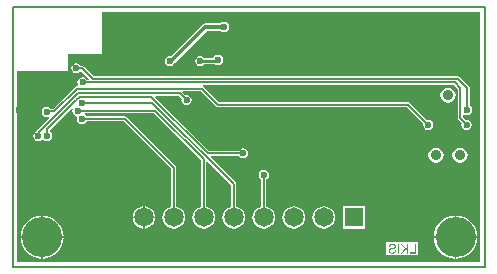
<source format=gbl>
G04*
G04 #@! TF.GenerationSoftware,Altium Limited,Altium Designer,20.2.5 (213)*
G04*
G04 Layer_Physical_Order=4*
G04 Layer_Color=16711680*
%FSLAX25Y25*%
%MOIN*%
G70*
G04*
G04 #@! TF.SameCoordinates,6F863687-9C3A-4172-A650-1A8696597D16*
G04*
G04*
G04 #@! TF.FilePolarity,Positive*
G04*
G01*
G75*
%ADD10C,0.01000*%
%ADD11C,0.00500*%
%ADD39C,0.01378*%
%ADD40C,0.00598*%
%ADD41C,0.03543*%
%ADD42C,0.06496*%
%ADD43R,0.06496X0.06496*%
%ADD44C,0.13386*%
%ADD45C,0.02362*%
G36*
X155875Y1606D02*
X1606Y1606D01*
X1606Y65074D01*
X18524D01*
Y70979D01*
X29842D01*
Y85009D01*
X155875Y85009D01*
X155875Y1606D01*
D02*
G37*
%LPC*%
G36*
X70472Y81635D02*
X69816Y81505D01*
X69261Y81134D01*
X64173D01*
X64173Y81134D01*
X63709Y81041D01*
X63316Y80778D01*
X63316Y80778D01*
X52690Y70153D01*
X52362Y70218D01*
X51706Y70087D01*
X51150Y69716D01*
X50779Y69160D01*
X50648Y68504D01*
X50779Y67848D01*
X51150Y67292D01*
X51706Y66920D01*
X52362Y66790D01*
X53018Y66920D01*
X53574Y67292D01*
X53946Y67848D01*
X53978Y68012D01*
X64675Y78709D01*
X69261D01*
X69816Y78338D01*
X70472Y78207D01*
X71128Y78338D01*
X71684Y78709D01*
X72056Y79265D01*
X72186Y79921D01*
X72056Y80577D01*
X71684Y81133D01*
X71128Y81505D01*
X70472Y81635D01*
D02*
G37*
G36*
X68504Y70612D02*
X67848Y70481D01*
X67292Y70110D01*
X66920Y69554D01*
X66914Y69523D01*
X63939D01*
X63810Y69716D01*
X63254Y70087D01*
X62598Y70218D01*
X61942Y70087D01*
X61386Y69716D01*
X61015Y69160D01*
X60884Y68504D01*
X61015Y67848D01*
X61386Y67292D01*
X61942Y66920D01*
X62598Y66790D01*
X63254Y66920D01*
X63810Y67292D01*
X63939Y67484D01*
X67593D01*
X67848Y67314D01*
X68504Y67184D01*
X69160Y67314D01*
X69716Y67686D01*
X70087Y68242D01*
X70218Y68898D01*
X70087Y69554D01*
X69716Y70110D01*
X69160Y70481D01*
X68504Y70612D01*
D02*
G37*
G36*
X21260Y67856D02*
X20604Y67725D01*
X20048Y67354D01*
X19676Y66798D01*
X19546Y66142D01*
X19676Y65486D01*
X20048Y64930D01*
X20604Y64558D01*
X21260Y64428D01*
X21916Y64558D01*
X22472Y64930D01*
X22523Y65007D01*
X23155Y65062D01*
X25524Y62694D01*
X25332Y62232D01*
X24804D01*
X24539Y62629D01*
X23983Y63001D01*
X23327Y63131D01*
X22671Y63001D01*
X22115Y62629D01*
X21743Y62073D01*
X21613Y61417D01*
X21743Y60761D01*
X21823Y60642D01*
X21519Y60198D01*
X21293Y60153D01*
X21028Y59976D01*
X13607Y52555D01*
X12784D01*
X12629Y52787D01*
X12073Y53158D01*
X11417Y53289D01*
X10761Y53158D01*
X10205Y52787D01*
X9834Y52231D01*
X9703Y51575D01*
X9834Y50919D01*
X10205Y50363D01*
X10761Y49991D01*
X11417Y49861D01*
X11994Y49975D01*
X12180Y49779D01*
X12289Y49563D01*
X8140Y45414D01*
X7963Y45150D01*
X7952Y45096D01*
X7907Y45088D01*
X7351Y44716D01*
X6979Y44160D01*
X6849Y43504D01*
X6979Y42848D01*
X7351Y42292D01*
X7907Y41920D01*
X8563Y41790D01*
X9219Y41920D01*
X9709Y42248D01*
X10198Y42360D01*
X10236D01*
X10792Y41988D01*
X11448Y41858D01*
X12104Y41988D01*
X12660Y42360D01*
X13032Y42916D01*
X13162Y43572D01*
X13032Y44228D01*
X12660Y44784D01*
X12394Y44961D01*
X12357Y45501D01*
X19583Y52728D01*
X20041Y52478D01*
X19940Y51968D01*
X20070Y51313D01*
X20441Y50757D01*
X20998Y50385D01*
X21279Y50329D01*
X21604Y49930D01*
X21584Y49797D01*
X21479Y49268D01*
X21609Y48612D01*
X21981Y48056D01*
X22537Y47684D01*
X23193Y47554D01*
X23849Y47684D01*
X24405Y48056D01*
X24670Y48453D01*
X37107D01*
X52925Y32635D01*
Y20090D01*
X52762Y20069D01*
X51850Y19691D01*
X51067Y19091D01*
X50466Y18307D01*
X50089Y17396D01*
X49960Y16417D01*
X50089Y15439D01*
X50466Y14527D01*
X51067Y13744D01*
X51850Y13143D01*
X52762Y12766D01*
X53740Y12637D01*
X54719Y12766D01*
X55630Y13143D01*
X56413Y13744D01*
X57014Y14527D01*
X57392Y15439D01*
X57521Y16417D01*
X57392Y17396D01*
X57014Y18307D01*
X56413Y19091D01*
X55630Y19691D01*
X54719Y20069D01*
X54555Y20090D01*
Y32972D01*
X54493Y33284D01*
X54316Y33549D01*
X38021Y49844D01*
X37757Y50020D01*
X37445Y50083D01*
X24670D01*
X24405Y50480D01*
X24145Y50654D01*
X24296Y51154D01*
X47294D01*
X62866Y35581D01*
Y20083D01*
X62762Y20069D01*
X61850Y19691D01*
X61067Y19091D01*
X60466Y18307D01*
X60089Y17396D01*
X59960Y16417D01*
X60089Y15439D01*
X60466Y14527D01*
X61067Y13744D01*
X61850Y13143D01*
X62762Y12766D01*
X63740Y12637D01*
X64719Y12766D01*
X65630Y13143D01*
X66413Y13744D01*
X67014Y14527D01*
X67392Y15439D01*
X67520Y16417D01*
X67392Y17396D01*
X67014Y18307D01*
X66413Y19091D01*
X65630Y19691D01*
X64719Y20069D01*
X64496Y20098D01*
Y35045D01*
X64958Y35236D01*
X72925Y27269D01*
Y20090D01*
X72762Y20069D01*
X71850Y19691D01*
X71067Y19091D01*
X70466Y18307D01*
X70089Y17396D01*
X69960Y16417D01*
X70089Y15439D01*
X70466Y14527D01*
X71067Y13744D01*
X71850Y13143D01*
X72762Y12766D01*
X73740Y12637D01*
X74719Y12766D01*
X75630Y13143D01*
X76413Y13744D01*
X77014Y14527D01*
X77392Y15439D01*
X77521Y16417D01*
X77392Y17396D01*
X77014Y18307D01*
X76413Y19091D01*
X75630Y19691D01*
X74719Y20069D01*
X74555Y20090D01*
Y27606D01*
X74493Y27918D01*
X74316Y28183D01*
X65980Y36518D01*
X66172Y36980D01*
X75393D01*
X75658Y36583D01*
X76214Y36212D01*
X76870Y36081D01*
X77526Y36212D01*
X78082Y36583D01*
X78454Y37139D01*
X78584Y37795D01*
X78454Y38451D01*
X78082Y39007D01*
X77526Y39379D01*
X76870Y39509D01*
X76214Y39379D01*
X75658Y39007D01*
X75393Y38610D01*
X65442D01*
X47526Y56526D01*
X47717Y56988D01*
X55344D01*
X56352Y55980D01*
X56258Y55512D01*
X56389Y54856D01*
X56760Y54300D01*
X57316Y53928D01*
X57972Y53798D01*
X58628Y53928D01*
X59184Y54300D01*
X59556Y54856D01*
X59686Y55512D01*
X59556Y56168D01*
X59184Y56724D01*
X58628Y57095D01*
X57972Y57226D01*
X57504Y57133D01*
X56551Y58085D01*
X56759Y58585D01*
X62762D01*
X67924Y53424D01*
X68188Y53247D01*
X68500Y53185D01*
X131489D01*
X136962Y47712D01*
X136869Y47244D01*
X136999Y46588D01*
X137371Y46032D01*
X137927Y45660D01*
X138583Y45530D01*
X139239Y45660D01*
X139795Y46032D01*
X140166Y46588D01*
X140297Y47244D01*
X140166Y47900D01*
X139795Y48456D01*
X139239Y48828D01*
X138583Y48958D01*
X138114Y48865D01*
X132403Y54576D01*
X132139Y54753D01*
X131827Y54815D01*
X68837D01*
X63676Y59976D01*
X63487Y60102D01*
X63508Y60425D01*
X63570Y60602D01*
X147145D01*
X148385Y59363D01*
Y49422D01*
X148447Y49110D01*
X148624Y48846D01*
X149718Y47752D01*
X149625Y47283D01*
X149755Y46628D01*
X150127Y46071D01*
X150683Y45700D01*
X151339Y45569D01*
X151995Y45700D01*
X152551Y46071D01*
X152922Y46628D01*
X153053Y47283D01*
X152922Y47939D01*
X152551Y48495D01*
X151995Y48867D01*
X151339Y48998D01*
X150870Y48904D01*
X150015Y49760D01*
Y50741D01*
X150515Y50950D01*
X150919Y50680D01*
X151575Y50550D01*
X152231Y50680D01*
X152787Y51052D01*
X153158Y51608D01*
X153289Y52264D01*
X153158Y52920D01*
X152787Y53476D01*
X152390Y53741D01*
Y59525D01*
X152328Y59837D01*
X152151Y60101D01*
X149078Y63175D01*
X148813Y63351D01*
X148502Y63413D01*
X27109D01*
X23805Y66718D01*
X23540Y66894D01*
X23228Y66957D01*
X22737D01*
X22472Y67354D01*
X21916Y67725D01*
X21260Y67856D01*
D02*
G37*
G36*
X145138Y59731D02*
X144178Y59540D01*
X143365Y58997D01*
X142822Y58184D01*
X142631Y57224D01*
X142822Y56265D01*
X143365Y55452D01*
X144178Y54908D01*
X145138Y54718D01*
X146097Y54908D01*
X146910Y55452D01*
X147454Y56265D01*
X147645Y57224D01*
X147454Y58184D01*
X146910Y58997D01*
X146097Y59540D01*
X145138Y59731D01*
D02*
G37*
G36*
X149138Y39731D02*
X148179Y39540D01*
X147365Y38997D01*
X146822Y38184D01*
X146631Y37224D01*
X146822Y36265D01*
X147365Y35452D01*
X148179Y34908D01*
X149138Y34718D01*
X150097Y34908D01*
X150910Y35452D01*
X151454Y36265D01*
X151645Y37224D01*
X151454Y38184D01*
X150910Y38997D01*
X150097Y39540D01*
X149138Y39731D01*
D02*
G37*
G36*
X141138D02*
X140179Y39540D01*
X139365Y38997D01*
X138822Y38184D01*
X138631Y37224D01*
X138822Y36265D01*
X139365Y35452D01*
X140179Y34908D01*
X141138Y34718D01*
X142097Y34908D01*
X142910Y35452D01*
X143454Y36265D01*
X143645Y37224D01*
X143454Y38184D01*
X142910Y38997D01*
X142097Y39540D01*
X141138Y39731D01*
D02*
G37*
G36*
X44040Y20158D02*
Y16717D01*
X47481D01*
X47392Y17396D01*
X47014Y18307D01*
X46413Y19091D01*
X45630Y19691D01*
X44719Y20069D01*
X44040Y20158D01*
D02*
G37*
G36*
X43440D02*
X42762Y20069D01*
X41850Y19691D01*
X41067Y19091D01*
X40466Y18307D01*
X40089Y17396D01*
X39999Y16717D01*
X43440D01*
Y20158D01*
D02*
G37*
G36*
X47481Y16117D02*
X44040D01*
Y12676D01*
X44719Y12766D01*
X45630Y13143D01*
X46413Y13744D01*
X47014Y14527D01*
X47392Y15439D01*
X47481Y16117D01*
D02*
G37*
G36*
X43440D02*
X39999D01*
X40089Y15439D01*
X40466Y14527D01*
X41067Y13744D01*
X41850Y13143D01*
X42762Y12766D01*
X43440Y12676D01*
Y16117D01*
D02*
G37*
G36*
X117488Y20165D02*
X109992D01*
Y12669D01*
X117488D01*
Y20165D01*
D02*
G37*
G36*
X103740Y20198D02*
X102762Y20069D01*
X101850Y19691D01*
X101067Y19091D01*
X100466Y18307D01*
X100089Y17396D01*
X99960Y16417D01*
X100089Y15439D01*
X100466Y14527D01*
X101067Y13744D01*
X101850Y13143D01*
X102762Y12766D01*
X103740Y12637D01*
X104719Y12766D01*
X105630Y13143D01*
X106413Y13744D01*
X107014Y14527D01*
X107392Y15439D01*
X107520Y16417D01*
X107392Y17396D01*
X107014Y18307D01*
X106413Y19091D01*
X105630Y19691D01*
X104719Y20069D01*
X103740Y20198D01*
D02*
G37*
G36*
X93740D02*
X92762Y20069D01*
X91850Y19691D01*
X91067Y19091D01*
X90466Y18307D01*
X90089Y17396D01*
X89960Y16417D01*
X90089Y15439D01*
X90466Y14527D01*
X91067Y13744D01*
X91850Y13143D01*
X92762Y12766D01*
X93740Y12637D01*
X94719Y12766D01*
X95630Y13143D01*
X96413Y13744D01*
X97014Y14527D01*
X97392Y15439D01*
X97521Y16417D01*
X97392Y17396D01*
X97014Y18307D01*
X96413Y19091D01*
X95630Y19691D01*
X94719Y20069D01*
X93740Y20198D01*
D02*
G37*
G36*
X83750Y32314D02*
X83094Y32184D01*
X82538Y31812D01*
X82166Y31256D01*
X82036Y30600D01*
X82166Y29945D01*
X82538Y29388D01*
X82935Y29123D01*
Y20092D01*
X82762Y20069D01*
X81850Y19691D01*
X81067Y19091D01*
X80466Y18307D01*
X80089Y17396D01*
X79960Y16417D01*
X80089Y15439D01*
X80466Y14527D01*
X81067Y13744D01*
X81850Y13143D01*
X82762Y12766D01*
X83740Y12637D01*
X84719Y12766D01*
X85630Y13143D01*
X86413Y13744D01*
X87014Y14527D01*
X87392Y15439D01*
X87520Y16417D01*
X87392Y17396D01*
X87014Y18307D01*
X86413Y19091D01*
X85630Y19691D01*
X84719Y20069D01*
X84565Y20089D01*
Y29123D01*
X84962Y29388D01*
X85334Y29945D01*
X85464Y30600D01*
X85334Y31256D01*
X84962Y31812D01*
X84406Y32184D01*
X83750Y32314D01*
D02*
G37*
G36*
X147938Y17041D02*
Y10142D01*
X154836D01*
X154727Y11253D01*
X154315Y12608D01*
X153647Y13858D01*
X152749Y14953D01*
X151653Y15852D01*
X150404Y16520D01*
X149048Y16931D01*
X147938Y17041D01*
D02*
G37*
G36*
X147338D02*
X146228Y16931D01*
X144872Y16520D01*
X143622Y15852D01*
X142527Y14953D01*
X141628Y13858D01*
X140960Y12608D01*
X140549Y11253D01*
X140440Y10142D01*
X147338D01*
Y17041D01*
D02*
G37*
G36*
X10142D02*
Y10142D01*
X17041D01*
X16931Y11253D01*
X16520Y12608D01*
X15852Y13858D01*
X14953Y14953D01*
X13858Y15852D01*
X12608Y16520D01*
X11253Y16931D01*
X10142Y17041D01*
D02*
G37*
G36*
X9543D02*
X8433Y16931D01*
X7077Y16520D01*
X5827Y15852D01*
X4732Y14953D01*
X3833Y13858D01*
X3165Y12608D01*
X2754Y11253D01*
X2644Y10142D01*
X9543D01*
Y17041D01*
D02*
G37*
G36*
X135000Y8100D02*
X124500D01*
Y3900D01*
X135000D01*
Y8100D01*
D02*
G37*
G36*
X154836Y9543D02*
X147938D01*
Y2644D01*
X149048Y2754D01*
X150404Y3165D01*
X151653Y3833D01*
X152749Y4732D01*
X153647Y5827D01*
X154315Y7077D01*
X154727Y8433D01*
X154836Y9543D01*
D02*
G37*
G36*
X147338D02*
X140440D01*
X140549Y8433D01*
X140960Y7077D01*
X141628Y5827D01*
X142527Y4732D01*
X143622Y3833D01*
X144872Y3165D01*
X146228Y2754D01*
X147338Y2644D01*
Y9543D01*
D02*
G37*
G36*
X17041D02*
X10142D01*
Y2644D01*
X11253Y2754D01*
X12608Y3165D01*
X13858Y3833D01*
X14953Y4732D01*
X15852Y5827D01*
X16520Y7077D01*
X16931Y8433D01*
X17041Y9543D01*
D02*
G37*
G36*
X9543D02*
X2644D01*
X2754Y8433D01*
X3165Y7077D01*
X3833Y5827D01*
X4732Y4732D01*
X5827Y3833D01*
X7077Y3165D01*
X8433Y2754D01*
X9543Y2644D01*
Y9543D01*
D02*
G37*
%LPD*%
G36*
X131949Y4386D02*
X131524D01*
Y5495D01*
X131002Y5999D01*
X129865Y4386D01*
X129306D01*
X130706Y6285D01*
X129366Y7583D01*
X129944D01*
X131524Y5994D01*
Y7583D01*
X131949D01*
Y4386D01*
D02*
G37*
G36*
X134434D02*
X132434D01*
Y4765D01*
X134009D01*
Y7583D01*
X134434D01*
Y4386D01*
D02*
G37*
G36*
X128881D02*
X128456D01*
Y7583D01*
X128881D01*
Y4386D01*
D02*
G37*
G36*
X126728Y7634D02*
X126834Y7620D01*
X126936Y7602D01*
X127024Y7583D01*
X127093Y7565D01*
X127126Y7555D01*
X127149Y7546D01*
X127167Y7537D01*
X127181Y7532D01*
X127190Y7528D01*
X127195D01*
X127287Y7482D01*
X127370Y7431D01*
X127440Y7375D01*
X127495Y7324D01*
X127537Y7278D01*
X127569Y7241D01*
X127592Y7214D01*
X127597Y7209D01*
Y7204D01*
X127643Y7126D01*
X127675Y7047D01*
X127698Y6969D01*
X127712Y6899D01*
X127721Y6839D01*
X127731Y6793D01*
Y6775D01*
Y6761D01*
Y6756D01*
Y6752D01*
X127726Y6673D01*
X127712Y6599D01*
X127694Y6530D01*
X127675Y6470D01*
X127657Y6424D01*
X127638Y6387D01*
X127624Y6363D01*
X127620Y6354D01*
X127574Y6290D01*
X127518Y6230D01*
X127463Y6179D01*
X127407Y6137D01*
X127361Y6100D01*
X127320Y6077D01*
X127292Y6059D01*
X127287Y6054D01*
X127283D01*
X127246Y6036D01*
X127204Y6017D01*
X127112Y5985D01*
X127005Y5952D01*
X126904Y5920D01*
X126811Y5892D01*
X126770Y5883D01*
X126733Y5874D01*
X126705Y5864D01*
X126682Y5860D01*
X126668Y5855D01*
X126663D01*
X126585Y5837D01*
X126511Y5818D01*
X126446Y5800D01*
X126391Y5786D01*
X126335Y5772D01*
X126289Y5758D01*
X126248Y5749D01*
X126215Y5735D01*
X126183Y5726D01*
X126160Y5721D01*
X126123Y5708D01*
X126100Y5703D01*
X126095Y5698D01*
X126026Y5671D01*
X125966Y5638D01*
X125915Y5606D01*
X125878Y5578D01*
X125846Y5550D01*
X125827Y5532D01*
X125813Y5518D01*
X125809Y5513D01*
X125776Y5472D01*
X125753Y5426D01*
X125740Y5379D01*
X125726Y5342D01*
X125721Y5305D01*
X125716Y5278D01*
Y5255D01*
Y5250D01*
X125721Y5195D01*
X125730Y5144D01*
X125744Y5098D01*
X125763Y5061D01*
X125781Y5024D01*
X125795Y5001D01*
X125804Y4982D01*
X125809Y4978D01*
X125846Y4931D01*
X125892Y4894D01*
X125938Y4862D01*
X125980Y4830D01*
X126021Y4811D01*
X126054Y4793D01*
X126077Y4783D01*
X126086Y4779D01*
X126155Y4756D01*
X126229Y4737D01*
X126303Y4728D01*
X126368Y4719D01*
X126423Y4714D01*
X126469Y4710D01*
X126511D01*
X126613Y4714D01*
X126705Y4723D01*
X126788Y4737D01*
X126862Y4756D01*
X126922Y4774D01*
X126968Y4788D01*
X126982Y4793D01*
X126996Y4797D01*
X127001Y4802D01*
X127005D01*
X127079Y4839D01*
X127149Y4880D01*
X127199Y4922D01*
X127246Y4964D01*
X127283Y4996D01*
X127306Y5028D01*
X127320Y5047D01*
X127324Y5051D01*
X127357Y5111D01*
X127389Y5176D01*
X127407Y5246D01*
X127426Y5305D01*
X127440Y5366D01*
X127449Y5407D01*
Y5426D01*
X127453Y5440D01*
Y5444D01*
Y5449D01*
X127851Y5412D01*
X127842Y5296D01*
X127823Y5185D01*
X127795Y5088D01*
X127763Y5001D01*
X127731Y4931D01*
X127717Y4904D01*
X127708Y4880D01*
X127694Y4862D01*
X127689Y4848D01*
X127680Y4839D01*
Y4834D01*
X127611Y4747D01*
X127537Y4668D01*
X127458Y4603D01*
X127384Y4548D01*
X127320Y4506D01*
X127264Y4479D01*
X127246Y4469D01*
X127232Y4460D01*
X127223Y4455D01*
X127218D01*
X127102Y4414D01*
X126982Y4382D01*
X126862Y4363D01*
X126747Y4345D01*
X126691Y4340D01*
X126645Y4335D01*
X126603D01*
X126566Y4331D01*
X126493D01*
X126368Y4335D01*
X126252Y4349D01*
X126146Y4372D01*
X126058Y4395D01*
X125984Y4414D01*
X125952Y4428D01*
X125924Y4437D01*
X125906Y4446D01*
X125892Y4451D01*
X125883Y4455D01*
X125878D01*
X125781Y4506D01*
X125698Y4562D01*
X125624Y4622D01*
X125564Y4677D01*
X125518Y4723D01*
X125485Y4765D01*
X125462Y4793D01*
X125458Y4797D01*
Y4802D01*
X125407Y4890D01*
X125370Y4973D01*
X125347Y5051D01*
X125328Y5125D01*
X125319Y5190D01*
X125310Y5241D01*
Y5259D01*
Y5273D01*
Y5278D01*
Y5282D01*
X125314Y5375D01*
X125328Y5463D01*
X125351Y5541D01*
X125374Y5606D01*
X125402Y5661D01*
X125421Y5703D01*
X125439Y5726D01*
X125444Y5735D01*
X125499Y5804D01*
X125564Y5869D01*
X125633Y5925D01*
X125703Y5975D01*
X125763Y6012D01*
X125813Y6040D01*
X125832Y6049D01*
X125846Y6059D01*
X125855Y6063D01*
X125860D01*
X125897Y6082D01*
X125943Y6096D01*
X125994Y6114D01*
X126049Y6132D01*
X126164Y6165D01*
X126285Y6197D01*
X126340Y6211D01*
X126391Y6225D01*
X126442Y6239D01*
X126483Y6248D01*
X126516Y6257D01*
X126543Y6262D01*
X126562Y6267D01*
X126566D01*
X126659Y6290D01*
X126742Y6308D01*
X126816Y6331D01*
X126881Y6350D01*
X126941Y6373D01*
X126991Y6391D01*
X127038Y6410D01*
X127079Y6424D01*
X127112Y6442D01*
X127139Y6456D01*
X127158Y6465D01*
X127176Y6479D01*
X127199Y6493D01*
X127204Y6498D01*
X127246Y6544D01*
X127273Y6590D01*
X127296Y6636D01*
X127310Y6682D01*
X127320Y6719D01*
X127324Y6752D01*
Y6770D01*
Y6779D01*
X127315Y6853D01*
X127296Y6918D01*
X127269Y6973D01*
X127236Y7024D01*
X127209Y7061D01*
X127181Y7094D01*
X127162Y7112D01*
X127153Y7117D01*
X127116Y7140D01*
X127079Y7163D01*
X126991Y7200D01*
X126899Y7223D01*
X126807Y7241D01*
X126724Y7250D01*
X126687Y7255D01*
X126659Y7260D01*
X126594D01*
X126465Y7255D01*
X126349Y7237D01*
X126257Y7209D01*
X126178Y7181D01*
X126118Y7153D01*
X126072Y7126D01*
X126049Y7107D01*
X126040Y7103D01*
X125975Y7038D01*
X125924Y6969D01*
X125883Y6895D01*
X125855Y6821D01*
X125837Y6752D01*
X125823Y6701D01*
X125818Y6678D01*
X125813Y6664D01*
Y6655D01*
Y6650D01*
X125407Y6682D01*
X125416Y6784D01*
X125439Y6876D01*
X125462Y6964D01*
X125495Y7038D01*
X125522Y7098D01*
X125545Y7144D01*
X125555Y7158D01*
X125564Y7172D01*
X125568Y7177D01*
Y7181D01*
X125629Y7260D01*
X125693Y7329D01*
X125763Y7389D01*
X125832Y7435D01*
X125892Y7477D01*
X125938Y7500D01*
X125957Y7509D01*
X125970Y7519D01*
X125980Y7523D01*
X125984D01*
X126086Y7560D01*
X126197Y7588D01*
X126298Y7611D01*
X126395Y7625D01*
X126483Y7634D01*
X126516D01*
X126548Y7639D01*
X126608D01*
X126728Y7634D01*
D02*
G37*
D10*
X68110Y68504D02*
X68504Y68898D01*
X62598Y68504D02*
X68110D01*
D11*
X0Y86614D02*
X157480Y86614D01*
X0Y-0D02*
X157480Y0D01*
X0Y-0D02*
Y86614D01*
X157480Y0D02*
Y86614D01*
D39*
X52362Y68504D02*
X52756D01*
X64173Y79921D01*
X70472D01*
D40*
X21605Y59400D02*
X63100D01*
X131827Y54000D02*
X138583Y47244D01*
X68500Y54000D02*
X131827D01*
X63100Y59400D02*
X68500Y54000D01*
X148502Y62598D02*
X151575Y59525D01*
X26772Y62598D02*
X148502D01*
X151575Y52264D02*
Y59525D01*
X147483Y61417D02*
X149200Y59700D01*
Y49422D02*
X151339Y47283D01*
X149200Y49422D02*
Y59700D01*
X23327Y61417D02*
X147483D01*
X13945Y51740D02*
X21605Y59400D01*
X47631Y51968D02*
X63681Y35919D01*
X21654Y51968D02*
X47631D01*
X63681Y16476D02*
Y35919D01*
X73740Y16417D02*
Y27606D01*
X22408Y56705D02*
X46195D01*
X23228Y54724D02*
X46622D01*
X46195Y56705D02*
X65105Y37795D01*
X76870D01*
X46622Y54724D02*
X73740Y27606D01*
X83750Y16427D02*
Y30600D01*
X23228Y66142D02*
X26772Y62598D01*
X21260Y66142D02*
X23228D01*
X23193Y49268D02*
X37445D01*
X53740Y32972D01*
X21681Y57803D02*
X55681D01*
X8716Y44838D02*
X21681Y57803D01*
X21248Y55545D02*
X22408Y56705D01*
X21248Y55545D02*
Y55545D01*
X11448Y45745D02*
X21248Y55545D01*
X11417Y51575D02*
X11582Y51740D01*
X13945D01*
X8716Y43657D02*
Y44838D01*
X55681Y57803D02*
X57972Y55512D01*
X11448Y43572D02*
Y45745D01*
X8563Y43504D02*
X8716Y43657D01*
X53740Y16417D02*
Y32972D01*
X63681Y16476D02*
X63740Y16417D01*
X83740D02*
X83750Y16427D01*
D41*
X141138Y37224D02*
D03*
X149138D02*
D03*
X145138Y57224D02*
D03*
D42*
X63740Y16417D02*
D03*
X73740D02*
D03*
X83740D02*
D03*
X103740D02*
D03*
X93740D02*
D03*
X53740D02*
D03*
X43740D02*
D03*
D43*
X113740D02*
D03*
D44*
X147638Y9843D02*
D03*
X9843D02*
D03*
D45*
X154528Y18701D02*
D03*
Y24606D02*
D03*
Y30512D02*
D03*
Y36417D02*
D03*
Y42323D02*
D03*
Y59055D02*
D03*
Y65945D02*
D03*
Y71850D02*
D03*
Y77756D02*
D03*
Y83661D02*
D03*
X33465Y46260D02*
D03*
X114173Y2953D02*
D03*
X108268D02*
D03*
X102362D02*
D03*
X96457D02*
D03*
X90551D02*
D03*
X84646D02*
D03*
X78740D02*
D03*
X72835D02*
D03*
X66929D02*
D03*
X61024D02*
D03*
X55118D02*
D03*
X49213D02*
D03*
X43307D02*
D03*
X98425Y12795D02*
D03*
X88583D02*
D03*
X59055D02*
D03*
X88583Y21654D02*
D03*
X125984Y58071D02*
D03*
X120079D02*
D03*
X114173D02*
D03*
X108268D02*
D03*
X102362D02*
D03*
X96457D02*
D03*
X90551D02*
D03*
X70866Y34449D02*
D03*
X17717Y35433D02*
D03*
X22638Y40354D02*
D03*
X13780D02*
D03*
X2953Y18701D02*
D03*
X19685Y2953D02*
D03*
X25591D02*
D03*
X31496D02*
D03*
X37402D02*
D03*
X120079D02*
D03*
X137795D02*
D03*
Y6890D02*
D03*
X120079D02*
D03*
X37402D02*
D03*
X31496D02*
D03*
X25591D02*
D03*
X19685D02*
D03*
X149606Y83661D02*
D03*
Y77756D02*
D03*
Y71850D02*
D03*
Y65945D02*
D03*
Y30512D02*
D03*
Y24606D02*
D03*
Y18701D02*
D03*
X143701Y83661D02*
D03*
Y77756D02*
D03*
Y71850D02*
D03*
Y65945D02*
D03*
Y30512D02*
D03*
Y24606D02*
D03*
Y18701D02*
D03*
X137795Y83661D02*
D03*
Y77756D02*
D03*
Y71850D02*
D03*
Y65945D02*
D03*
Y42323D02*
D03*
Y30512D02*
D03*
Y24606D02*
D03*
Y18701D02*
D03*
Y12795D02*
D03*
X131890Y83661D02*
D03*
Y77756D02*
D03*
Y71850D02*
D03*
Y65945D02*
D03*
Y18701D02*
D03*
Y12795D02*
D03*
X125984Y83661D02*
D03*
Y77756D02*
D03*
Y71850D02*
D03*
Y48228D02*
D03*
Y42323D02*
D03*
Y36417D02*
D03*
Y30512D02*
D03*
Y24606D02*
D03*
Y12795D02*
D03*
X120079Y83661D02*
D03*
Y77756D02*
D03*
Y65945D02*
D03*
Y48228D02*
D03*
Y42323D02*
D03*
Y36417D02*
D03*
Y30512D02*
D03*
Y24606D02*
D03*
Y12795D02*
D03*
X114173Y83661D02*
D03*
Y71850D02*
D03*
Y65945D02*
D03*
Y48228D02*
D03*
Y42323D02*
D03*
Y36417D02*
D03*
Y30512D02*
D03*
Y24606D02*
D03*
X108268Y83661D02*
D03*
Y71850D02*
D03*
Y65945D02*
D03*
Y48228D02*
D03*
Y42323D02*
D03*
Y36417D02*
D03*
Y30512D02*
D03*
Y24606D02*
D03*
Y18701D02*
D03*
Y12795D02*
D03*
X102362Y83661D02*
D03*
Y71850D02*
D03*
Y65945D02*
D03*
Y48228D02*
D03*
Y42323D02*
D03*
Y30512D02*
D03*
X96457Y83661D02*
D03*
Y71850D02*
D03*
Y65945D02*
D03*
Y48228D02*
D03*
Y30512D02*
D03*
Y24606D02*
D03*
X90551Y83661D02*
D03*
Y71850D02*
D03*
Y65945D02*
D03*
Y48228D02*
D03*
Y42323D02*
D03*
Y36417D02*
D03*
Y30512D02*
D03*
X84646Y83661D02*
D03*
Y71850D02*
D03*
Y65945D02*
D03*
Y48228D02*
D03*
X78740Y83661D02*
D03*
Y71850D02*
D03*
Y65945D02*
D03*
Y48228D02*
D03*
Y24606D02*
D03*
Y18701D02*
D03*
Y12795D02*
D03*
X72835Y83661D02*
D03*
Y65945D02*
D03*
Y48228D02*
D03*
Y42323D02*
D03*
X66929Y83661D02*
D03*
Y48228D02*
D03*
Y42323D02*
D03*
Y24606D02*
D03*
X61024Y83661D02*
D03*
Y48228D02*
D03*
Y24606D02*
D03*
X55118Y83661D02*
D03*
Y54134D02*
D03*
Y36417D02*
D03*
X49213Y83661D02*
D03*
Y42323D02*
D03*
Y30512D02*
D03*
Y24606D02*
D03*
Y18701D02*
D03*
Y12795D02*
D03*
X43307Y83661D02*
D03*
Y77756D02*
D03*
Y71850D02*
D03*
Y48228D02*
D03*
Y36417D02*
D03*
Y30512D02*
D03*
Y24606D02*
D03*
X37402Y83661D02*
D03*
Y77756D02*
D03*
Y71850D02*
D03*
Y65945D02*
D03*
Y36417D02*
D03*
Y30512D02*
D03*
Y24606D02*
D03*
Y18701D02*
D03*
X31496Y83661D02*
D03*
Y77756D02*
D03*
Y71850D02*
D03*
Y65945D02*
D03*
Y24606D02*
D03*
Y12795D02*
D03*
X25591Y24606D02*
D03*
Y18701D02*
D03*
Y12795D02*
D03*
X19685Y30512D02*
D03*
Y24606D02*
D03*
Y18701D02*
D03*
Y12795D02*
D03*
X13780Y24606D02*
D03*
Y18701D02*
D03*
X7874D02*
D03*
X83750Y30600D02*
D03*
X23327Y61417D02*
D03*
X23193Y49268D02*
D03*
X21654Y51968D02*
D03*
X17126Y59350D02*
D03*
X68504Y68898D02*
D03*
X11417Y51575D02*
D03*
X10925Y57972D02*
D03*
X25787Y69390D02*
D03*
X22835D02*
D03*
X52362Y68504D02*
D03*
X62598D02*
D03*
X23228Y54724D02*
D03*
X151339Y47283D02*
D03*
X57972Y55512D02*
D03*
X21260Y66142D02*
D03*
X70472Y79921D02*
D03*
X1969Y52362D02*
D03*
X11448Y43572D02*
D03*
X138583Y47244D02*
D03*
X76870Y37795D02*
D03*
X8563Y43504D02*
D03*
X151575Y52264D02*
D03*
X12205Y54724D02*
D03*
X19882Y69390D02*
D03*
X8465Y61600D02*
D03*
X3642Y60532D02*
D03*
X14469Y59350D02*
D03*
X10925Y61614D02*
D03*
M02*

</source>
